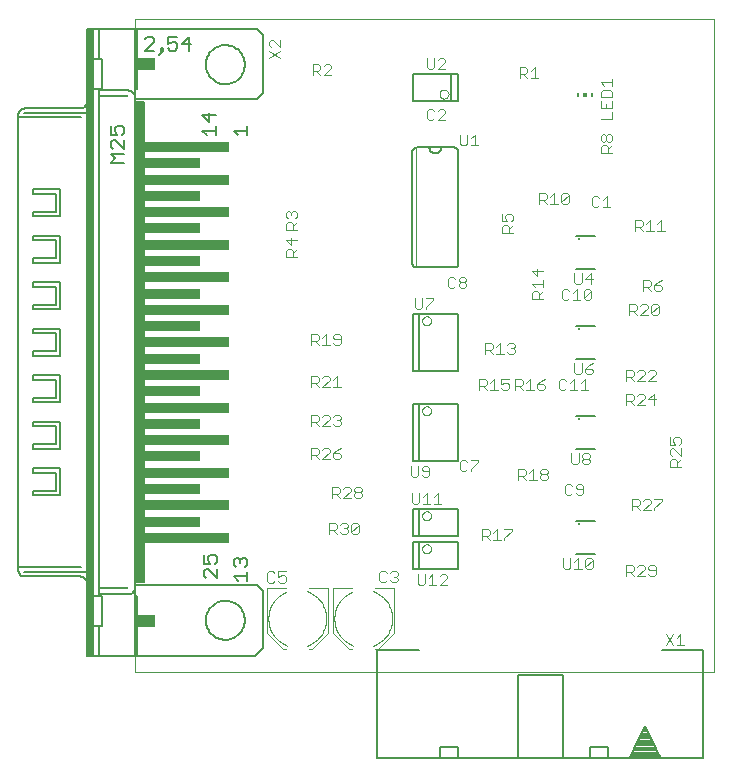
<source format=gto>
G75*
%MOIN*%
%OFA0B0*%
%FSLAX24Y24*%
%IPPOS*%
%LPD*%
%AMOC8*
5,1,8,0,0,1.08239X$1,22.5*
%
%ADD10C,0.0000*%
%ADD11C,0.0080*%
%ADD12C,0.0030*%
%ADD13C,0.0040*%
%ADD14C,0.0060*%
%ADD15C,0.0020*%
%ADD16C,0.0079*%
%ADD17R,0.0059X0.0118*%
%ADD18R,0.0118X0.0118*%
%ADD19C,0.0050*%
%ADD20R,0.0950X0.0100*%
%ADD21R,0.0650X0.0400*%
%ADD22R,0.0200X2.0900*%
%ADD23R,0.0300X1.6000*%
%ADD24R,0.2850X0.0320*%
%ADD25R,0.1850X0.0320*%
D10*
X004030Y003000D02*
X004030Y024792D01*
X023321Y024792D01*
X023321Y003000D01*
X004030Y003000D01*
D11*
X012093Y003762D02*
X012093Y000140D01*
X014192Y000140D01*
X014192Y000522D01*
X014774Y000522D01*
X014774Y000140D01*
X016789Y000140D01*
X018271Y000140D01*
X019192Y000140D01*
X019192Y000522D01*
X019774Y000522D01*
X019774Y000140D01*
X022967Y000140D01*
X022967Y003762D01*
X021572Y003762D01*
X021032Y001205D02*
X021534Y000191D01*
X020530Y000191D01*
X021032Y001205D01*
X021027Y001195D02*
X021037Y001195D01*
X021076Y001116D02*
X020988Y001116D01*
X020949Y001038D02*
X021115Y001038D01*
X021154Y000959D02*
X020910Y000959D01*
X020871Y000881D02*
X021193Y000881D01*
X021231Y000802D02*
X020833Y000802D01*
X020794Y000724D02*
X021270Y000724D01*
X021309Y000645D02*
X020755Y000645D01*
X020716Y000567D02*
X021348Y000567D01*
X021387Y000488D02*
X020677Y000488D01*
X020638Y000410D02*
X021426Y000410D01*
X021465Y000331D02*
X020599Y000331D01*
X020560Y000253D02*
X021503Y000253D01*
X019774Y000140D02*
X019192Y000140D01*
X018271Y000140D02*
X018271Y002921D01*
X016789Y002921D01*
X016789Y000140D01*
X014774Y000140D02*
X014192Y000140D01*
X013493Y003762D02*
X012093Y003762D01*
X013288Y006440D02*
X013288Y007360D01*
X013494Y007360D01*
X014772Y007360D01*
X014772Y006440D01*
X013288Y006440D01*
X013494Y006450D02*
X013494Y007360D01*
X013494Y007550D02*
X013494Y008460D01*
X013288Y008460D01*
X013288Y007540D01*
X014772Y007540D01*
X014772Y008460D01*
X013494Y008460D01*
X013494Y010050D02*
X013494Y011960D01*
X013288Y011960D01*
X013288Y010040D01*
X014772Y010040D01*
X014772Y011960D01*
X013494Y011960D01*
X013494Y013050D02*
X013494Y014960D01*
X013288Y014960D01*
X013288Y013040D01*
X014772Y013040D01*
X014772Y014960D01*
X013494Y014960D01*
X013288Y022040D02*
X014566Y022040D01*
X014772Y022040D01*
X014772Y022960D01*
X013288Y022960D01*
X013288Y022040D01*
X014566Y022040D02*
X014566Y022950D01*
D12*
X014360Y023115D02*
X014113Y023115D01*
X014360Y023362D01*
X014360Y023424D01*
X014298Y023486D01*
X014175Y023486D01*
X014113Y023424D01*
X013992Y023486D02*
X013992Y023177D01*
X013930Y023115D01*
X013807Y023115D01*
X013745Y023177D01*
X013745Y023486D01*
X013807Y021786D02*
X013745Y021724D01*
X013745Y021477D01*
X013807Y021415D01*
X013930Y021415D01*
X013992Y021477D01*
X014113Y021415D02*
X014360Y021662D01*
X014360Y021724D01*
X014298Y021786D01*
X014175Y021786D01*
X014113Y021724D01*
X013992Y021724D02*
X013930Y021786D01*
X013807Y021786D01*
X014113Y021415D02*
X014360Y021415D01*
X016845Y022815D02*
X016845Y023186D01*
X017030Y023186D01*
X017092Y023124D01*
X017092Y023000D01*
X017030Y022939D01*
X016845Y022939D01*
X016968Y022939D02*
X017092Y022815D01*
X017213Y022815D02*
X017460Y022815D01*
X017337Y022815D02*
X017337Y023186D01*
X017213Y023062D01*
X019545Y022670D02*
X019915Y022670D01*
X019915Y022547D02*
X019915Y022794D01*
X019668Y022547D02*
X019545Y022670D01*
X019606Y022425D02*
X019545Y022364D01*
X019545Y022179D01*
X019915Y022179D01*
X019915Y022364D01*
X019853Y022425D01*
X019606Y022425D01*
X019545Y022057D02*
X019545Y021810D01*
X019915Y021810D01*
X019915Y022057D01*
X019730Y021934D02*
X019730Y021810D01*
X019915Y021689D02*
X019915Y021442D01*
X019545Y021442D01*
X019606Y020944D02*
X019668Y020944D01*
X019730Y020882D01*
X019730Y020759D01*
X019668Y020697D01*
X019606Y020697D01*
X019545Y020759D01*
X019545Y020882D01*
X019606Y020944D01*
X019730Y020882D02*
X019792Y020944D01*
X019853Y020944D01*
X019915Y020882D01*
X019915Y020759D01*
X019853Y020697D01*
X019792Y020697D01*
X019730Y020759D01*
X019730Y020575D02*
X019792Y020514D01*
X019792Y020329D01*
X019915Y020329D02*
X019545Y020329D01*
X019545Y020514D01*
X019606Y020575D01*
X019730Y020575D01*
X019792Y020452D02*
X019915Y020575D01*
X018417Y018986D02*
X018479Y018924D01*
X018232Y018677D01*
X018293Y018615D01*
X018417Y018615D01*
X018479Y018677D01*
X018479Y018924D01*
X018417Y018986D02*
X018293Y018986D01*
X018232Y018924D01*
X018232Y018677D01*
X018110Y018615D02*
X017863Y018615D01*
X017742Y018615D02*
X017618Y018739D01*
X017680Y018739D02*
X017495Y018739D01*
X017495Y018615D02*
X017495Y018986D01*
X017680Y018986D01*
X017742Y018924D01*
X017742Y018800D01*
X017680Y018739D01*
X017863Y018862D02*
X017987Y018986D01*
X017987Y018615D01*
X019245Y018577D02*
X019307Y018515D01*
X019430Y018515D01*
X019492Y018577D01*
X019613Y018515D02*
X019860Y018515D01*
X019737Y018515D02*
X019737Y018886D01*
X019613Y018762D01*
X019492Y018824D02*
X019430Y018886D01*
X019307Y018886D01*
X019245Y018824D01*
X019245Y018577D01*
X020695Y018086D02*
X020695Y017715D01*
X020695Y017839D02*
X020880Y017839D01*
X020942Y017900D01*
X020942Y018024D01*
X020880Y018086D01*
X020695Y018086D01*
X020818Y017839D02*
X020942Y017715D01*
X021063Y017715D02*
X021310Y017715D01*
X021432Y017715D02*
X021679Y017715D01*
X021555Y017715D02*
X021555Y018086D01*
X021432Y017962D01*
X021187Y018086D02*
X021187Y017715D01*
X021063Y017962D02*
X021187Y018086D01*
X021144Y016086D02*
X020958Y016086D01*
X020958Y015715D01*
X020958Y015839D02*
X021144Y015839D01*
X021205Y015900D01*
X021205Y016024D01*
X021144Y016086D01*
X021082Y015839D02*
X021205Y015715D01*
X021327Y015777D02*
X021388Y015715D01*
X021512Y015715D01*
X021574Y015777D01*
X021574Y015839D01*
X021512Y015900D01*
X021327Y015900D01*
X021327Y015777D01*
X021327Y015900D02*
X021450Y016024D01*
X021574Y016086D01*
X021417Y015286D02*
X021293Y015286D01*
X021232Y015224D01*
X021232Y014977D01*
X021479Y015224D01*
X021479Y014977D01*
X021417Y014915D01*
X021293Y014915D01*
X021232Y014977D01*
X021110Y014915D02*
X020863Y014915D01*
X021110Y015162D01*
X021110Y015224D01*
X021048Y015286D01*
X020925Y015286D01*
X020863Y015224D01*
X020742Y015224D02*
X020742Y015100D01*
X020680Y015039D01*
X020495Y015039D01*
X020618Y015039D02*
X020742Y014915D01*
X020495Y014915D02*
X020495Y015286D01*
X020680Y015286D01*
X020742Y015224D01*
X021417Y015286D02*
X021479Y015224D01*
X021312Y013086D02*
X021188Y013086D01*
X021127Y013024D01*
X021005Y013024D02*
X020944Y013086D01*
X020820Y013086D01*
X020758Y013024D01*
X020637Y013024D02*
X020637Y012900D01*
X020575Y012839D01*
X020390Y012839D01*
X020513Y012839D02*
X020637Y012715D01*
X020758Y012715D02*
X021005Y012962D01*
X021005Y013024D01*
X021312Y013086D02*
X021374Y013024D01*
X021374Y012962D01*
X021127Y012715D01*
X021374Y012715D01*
X021005Y012715D02*
X020758Y012715D01*
X020820Y012286D02*
X020758Y012224D01*
X020820Y012286D02*
X020944Y012286D01*
X021005Y012224D01*
X021005Y012162D01*
X020758Y011915D01*
X021005Y011915D01*
X021127Y012100D02*
X021374Y012100D01*
X021312Y011915D02*
X021312Y012286D01*
X021127Y012100D01*
X020637Y012100D02*
X020575Y012039D01*
X020390Y012039D01*
X020513Y012039D02*
X020637Y011915D01*
X020637Y012100D02*
X020637Y012224D01*
X020575Y012286D01*
X020390Y012286D01*
X020390Y011915D01*
X020390Y012715D02*
X020390Y013086D01*
X020575Y013086D01*
X020637Y013024D01*
X019129Y012415D02*
X018882Y012415D01*
X018760Y012415D02*
X018513Y012415D01*
X018637Y012415D02*
X018637Y012786D01*
X018513Y012662D01*
X018392Y012724D02*
X018330Y012786D01*
X018207Y012786D01*
X018145Y012724D01*
X018145Y012477D01*
X018207Y012415D01*
X018330Y012415D01*
X018392Y012477D01*
X018882Y012662D02*
X019005Y012786D01*
X019005Y012415D01*
X017679Y012477D02*
X017679Y012539D01*
X017617Y012600D01*
X017432Y012600D01*
X017432Y012477D01*
X017493Y012415D01*
X017617Y012415D01*
X017679Y012477D01*
X017432Y012600D02*
X017555Y012724D01*
X017679Y012786D01*
X017187Y012786D02*
X017187Y012415D01*
X017310Y012415D02*
X017063Y012415D01*
X016942Y012415D02*
X016818Y012539D01*
X016880Y012539D02*
X016695Y012539D01*
X016695Y012415D02*
X016695Y012786D01*
X016880Y012786D01*
X016942Y012724D01*
X016942Y012600D01*
X016880Y012539D01*
X017063Y012662D02*
X017187Y012786D01*
X016479Y012786D02*
X016232Y012786D01*
X016232Y012600D01*
X016355Y012662D01*
X016417Y012662D01*
X016479Y012600D01*
X016479Y012477D01*
X016417Y012415D01*
X016293Y012415D01*
X016232Y012477D01*
X016110Y012415D02*
X015863Y012415D01*
X015742Y012415D02*
X015618Y012539D01*
X015680Y012539D02*
X015495Y012539D01*
X015495Y012415D02*
X015495Y012786D01*
X015680Y012786D01*
X015742Y012724D01*
X015742Y012600D01*
X015680Y012539D01*
X015863Y012662D02*
X015987Y012786D01*
X015987Y012415D01*
X015942Y013615D02*
X015818Y013739D01*
X015880Y013739D02*
X015695Y013739D01*
X015695Y013615D02*
X015695Y013986D01*
X015880Y013986D01*
X015942Y013924D01*
X015942Y013800D01*
X015880Y013739D01*
X016063Y013862D02*
X016187Y013986D01*
X016187Y013615D01*
X016310Y013615D02*
X016063Y013615D01*
X016432Y013677D02*
X016493Y013615D01*
X016617Y013615D01*
X016679Y013677D01*
X016679Y013739D01*
X016617Y013800D01*
X016555Y013800D01*
X016617Y013800D02*
X016679Y013862D01*
X016679Y013924D01*
X016617Y013986D01*
X016493Y013986D01*
X016432Y013924D01*
X017245Y015465D02*
X017245Y015650D01*
X017306Y015712D01*
X017430Y015712D01*
X017492Y015650D01*
X017492Y015465D01*
X017615Y015465D02*
X017245Y015465D01*
X017492Y015589D02*
X017615Y015712D01*
X017615Y015834D02*
X017615Y016080D01*
X017615Y015957D02*
X017245Y015957D01*
X017368Y015834D01*
X017430Y016202D02*
X017430Y016449D01*
X017615Y016387D02*
X017245Y016387D01*
X017430Y016202D01*
X018245Y015724D02*
X018245Y015477D01*
X018307Y015415D01*
X018430Y015415D01*
X018492Y015477D01*
X018613Y015415D02*
X018860Y015415D01*
X018737Y015415D02*
X018737Y015786D01*
X018613Y015662D01*
X018492Y015724D02*
X018430Y015786D01*
X018307Y015786D01*
X018245Y015724D01*
X018982Y015724D02*
X019043Y015786D01*
X019167Y015786D01*
X019229Y015724D01*
X018982Y015477D01*
X019043Y015415D01*
X019167Y015415D01*
X019229Y015477D01*
X019229Y015724D01*
X018982Y015724D02*
X018982Y015477D01*
X016615Y017665D02*
X016245Y017665D01*
X016245Y017850D01*
X016306Y017912D01*
X016430Y017912D01*
X016492Y017850D01*
X016492Y017665D01*
X016492Y017789D02*
X016615Y017912D01*
X016553Y018034D02*
X016615Y018095D01*
X016615Y018219D01*
X016553Y018280D01*
X016430Y018280D01*
X016368Y018219D01*
X016368Y018157D01*
X016430Y018034D01*
X016245Y018034D01*
X016245Y018280D01*
X014998Y016186D02*
X015060Y016124D01*
X015060Y016062D01*
X014998Y016000D01*
X014875Y016000D01*
X014813Y016062D01*
X014813Y016124D01*
X014875Y016186D01*
X014998Y016186D01*
X014998Y016000D02*
X015060Y015939D01*
X015060Y015877D01*
X014998Y015815D01*
X014875Y015815D01*
X014813Y015877D01*
X014813Y015939D01*
X014875Y016000D01*
X014692Y015877D02*
X014630Y015815D01*
X014507Y015815D01*
X014445Y015877D01*
X014445Y016124D01*
X014507Y016186D01*
X014630Y016186D01*
X014692Y016124D01*
X013960Y015486D02*
X013960Y015424D01*
X013713Y015177D01*
X013713Y015115D01*
X013592Y015177D02*
X013592Y015486D01*
X013713Y015486D02*
X013960Y015486D01*
X013592Y015177D02*
X013530Y015115D01*
X013407Y015115D01*
X013345Y015177D01*
X013345Y015486D01*
X010874Y014224D02*
X010874Y013977D01*
X010812Y013915D01*
X010688Y013915D01*
X010627Y013977D01*
X010505Y013915D02*
X010258Y013915D01*
X010137Y013915D02*
X010013Y014039D01*
X010075Y014039D02*
X009890Y014039D01*
X009890Y013915D02*
X009890Y014286D01*
X010075Y014286D01*
X010137Y014224D01*
X010137Y014100D01*
X010075Y014039D01*
X010258Y014162D02*
X010382Y014286D01*
X010382Y013915D01*
X010627Y014162D02*
X010688Y014100D01*
X010874Y014100D01*
X010874Y014224D02*
X010812Y014286D01*
X010688Y014286D01*
X010627Y014224D01*
X010627Y014162D01*
X010750Y012886D02*
X010750Y012515D01*
X010627Y012515D02*
X010874Y012515D01*
X010627Y012762D02*
X010750Y012886D01*
X010505Y012824D02*
X010444Y012886D01*
X010320Y012886D01*
X010258Y012824D01*
X010137Y012824D02*
X010137Y012700D01*
X010075Y012639D01*
X009890Y012639D01*
X010013Y012639D02*
X010137Y012515D01*
X010258Y012515D02*
X010505Y012762D01*
X010505Y012824D01*
X010505Y012515D02*
X010258Y012515D01*
X010137Y012824D02*
X010075Y012886D01*
X009890Y012886D01*
X009890Y012515D01*
X009890Y011586D02*
X010075Y011586D01*
X010137Y011524D01*
X010137Y011400D01*
X010075Y011339D01*
X009890Y011339D01*
X010013Y011339D02*
X010137Y011215D01*
X010258Y011215D02*
X010505Y011462D01*
X010505Y011524D01*
X010444Y011586D01*
X010320Y011586D01*
X010258Y011524D01*
X009890Y011586D02*
X009890Y011215D01*
X010258Y011215D02*
X010505Y011215D01*
X010627Y011277D02*
X010688Y011215D01*
X010812Y011215D01*
X010874Y011277D01*
X010874Y011339D01*
X010812Y011400D01*
X010750Y011400D01*
X010812Y011400D02*
X010874Y011462D01*
X010874Y011524D01*
X010812Y011586D01*
X010688Y011586D01*
X010627Y011524D01*
X010444Y010486D02*
X010320Y010486D01*
X010258Y010424D01*
X010137Y010424D02*
X010137Y010300D01*
X010075Y010239D01*
X009890Y010239D01*
X010013Y010239D02*
X010137Y010115D01*
X010258Y010115D02*
X010505Y010362D01*
X010505Y010424D01*
X010444Y010486D01*
X010627Y010300D02*
X010812Y010300D01*
X010874Y010239D01*
X010874Y010177D01*
X010812Y010115D01*
X010688Y010115D01*
X010627Y010177D01*
X010627Y010300D01*
X010750Y010424D01*
X010874Y010486D01*
X010505Y010115D02*
X010258Y010115D01*
X010137Y010424D02*
X010075Y010486D01*
X009890Y010486D01*
X009890Y010115D01*
X010595Y009186D02*
X010780Y009186D01*
X010842Y009124D01*
X010842Y009000D01*
X010780Y008939D01*
X010595Y008939D01*
X010718Y008939D02*
X010842Y008815D01*
X010963Y008815D02*
X011210Y009062D01*
X011210Y009124D01*
X011148Y009186D01*
X011025Y009186D01*
X010963Y009124D01*
X010963Y008815D02*
X011210Y008815D01*
X011332Y008877D02*
X011332Y008939D01*
X011393Y009000D01*
X011517Y009000D01*
X011579Y008939D01*
X011579Y008877D01*
X011517Y008815D01*
X011393Y008815D01*
X011332Y008877D01*
X011393Y009000D02*
X011332Y009062D01*
X011332Y009124D01*
X011393Y009186D01*
X011517Y009186D01*
X011579Y009124D01*
X011579Y009062D01*
X011517Y009000D01*
X010595Y008815D02*
X010595Y009186D01*
X010680Y007986D02*
X010495Y007986D01*
X010495Y007615D01*
X010495Y007739D02*
X010680Y007739D01*
X010742Y007800D01*
X010742Y007924D01*
X010680Y007986D01*
X010863Y007924D02*
X010925Y007986D01*
X011048Y007986D01*
X011110Y007924D01*
X011110Y007862D01*
X011048Y007800D01*
X011110Y007739D01*
X011110Y007677D01*
X011048Y007615D01*
X010925Y007615D01*
X010863Y007677D01*
X010742Y007615D02*
X010618Y007739D01*
X010987Y007800D02*
X011048Y007800D01*
X011232Y007677D02*
X011232Y007924D01*
X011293Y007986D01*
X011417Y007986D01*
X011479Y007924D01*
X011232Y007677D01*
X011293Y007615D01*
X011417Y007615D01*
X011479Y007677D01*
X011479Y007924D01*
X012218Y006379D02*
X012156Y006318D01*
X012156Y006071D01*
X012218Y006009D01*
X012341Y006009D01*
X012403Y006071D01*
X012524Y006071D02*
X012586Y006009D01*
X012709Y006009D01*
X012771Y006071D01*
X012771Y006132D01*
X012709Y006194D01*
X012648Y006194D01*
X012709Y006194D02*
X012771Y006256D01*
X012771Y006318D01*
X012709Y006379D01*
X012586Y006379D01*
X012524Y006318D01*
X012403Y006318D02*
X012341Y006379D01*
X012218Y006379D01*
X013440Y006286D02*
X013440Y005977D01*
X013502Y005915D01*
X013625Y005915D01*
X013687Y005977D01*
X013687Y006286D01*
X013808Y006162D02*
X013932Y006286D01*
X013932Y005915D01*
X014055Y005915D02*
X013808Y005915D01*
X014177Y005915D02*
X014424Y006162D01*
X014424Y006224D01*
X014362Y006286D01*
X014238Y006286D01*
X014177Y006224D01*
X014177Y005915D02*
X014424Y005915D01*
X015590Y007415D02*
X015590Y007786D01*
X015775Y007786D01*
X015837Y007724D01*
X015837Y007600D01*
X015775Y007539D01*
X015590Y007539D01*
X015713Y007539D02*
X015837Y007415D01*
X015958Y007415D02*
X016205Y007415D01*
X016327Y007415D02*
X016327Y007477D01*
X016574Y007724D01*
X016574Y007786D01*
X016327Y007786D01*
X016082Y007786D02*
X016082Y007415D01*
X015958Y007662D02*
X016082Y007786D01*
X016795Y009415D02*
X016795Y009786D01*
X016980Y009786D01*
X017042Y009724D01*
X017042Y009600D01*
X016980Y009539D01*
X016795Y009539D01*
X016918Y009539D02*
X017042Y009415D01*
X017163Y009415D02*
X017410Y009415D01*
X017287Y009415D02*
X017287Y009786D01*
X017163Y009662D01*
X017532Y009662D02*
X017532Y009724D01*
X017593Y009786D01*
X017717Y009786D01*
X017779Y009724D01*
X017779Y009662D01*
X017717Y009600D01*
X017593Y009600D01*
X017532Y009662D01*
X017593Y009600D02*
X017532Y009539D01*
X017532Y009477D01*
X017593Y009415D01*
X017717Y009415D01*
X017779Y009477D01*
X017779Y009539D01*
X017717Y009600D01*
X018345Y009224D02*
X018345Y008977D01*
X018407Y008915D01*
X018530Y008915D01*
X018592Y008977D01*
X018713Y008977D02*
X018775Y008915D01*
X018898Y008915D01*
X018960Y008977D01*
X018960Y009224D01*
X018898Y009286D01*
X018775Y009286D01*
X018713Y009224D01*
X018713Y009162D01*
X018775Y009100D01*
X018960Y009100D01*
X018592Y009224D02*
X018530Y009286D01*
X018407Y009286D01*
X018345Y009224D01*
X020595Y008786D02*
X020595Y008415D01*
X020595Y008539D02*
X020780Y008539D01*
X020842Y008600D01*
X020842Y008724D01*
X020780Y008786D01*
X020595Y008786D01*
X020718Y008539D02*
X020842Y008415D01*
X020963Y008415D02*
X021210Y008662D01*
X021210Y008724D01*
X021148Y008786D01*
X021025Y008786D01*
X020963Y008724D01*
X020963Y008415D02*
X021210Y008415D01*
X021332Y008415D02*
X021332Y008477D01*
X021579Y008724D01*
X021579Y008786D01*
X021332Y008786D01*
X021845Y009860D02*
X021845Y010045D01*
X021906Y010107D01*
X022030Y010107D01*
X022092Y010045D01*
X022092Y009860D01*
X022215Y009860D02*
X021845Y009860D01*
X021906Y010229D02*
X021845Y010290D01*
X021845Y010414D01*
X021906Y010475D01*
X021968Y010475D01*
X022215Y010229D01*
X022215Y010475D01*
X022153Y010597D02*
X022215Y010659D01*
X022215Y010782D01*
X022153Y010844D01*
X022030Y010844D01*
X021968Y010782D01*
X021968Y010720D01*
X022030Y010597D01*
X021845Y010597D01*
X021845Y010844D01*
X022215Y010107D02*
X022092Y009984D01*
X021312Y006586D02*
X021188Y006586D01*
X021127Y006524D01*
X021127Y006462D01*
X021188Y006400D01*
X021374Y006400D01*
X021374Y006277D02*
X021374Y006524D01*
X021312Y006586D01*
X021005Y006524D02*
X021005Y006462D01*
X020758Y006215D01*
X021005Y006215D01*
X021127Y006277D02*
X021188Y006215D01*
X021312Y006215D01*
X021374Y006277D01*
X021005Y006524D02*
X020944Y006586D01*
X020820Y006586D01*
X020758Y006524D01*
X020637Y006524D02*
X020637Y006400D01*
X020575Y006339D01*
X020390Y006339D01*
X020513Y006339D02*
X020637Y006215D01*
X020390Y006215D02*
X020390Y006586D01*
X020575Y006586D01*
X020637Y006524D01*
X021708Y004286D02*
X021955Y003915D01*
X022077Y003915D02*
X022324Y003915D01*
X022200Y003915D02*
X022200Y004286D01*
X022077Y004162D01*
X021955Y004286D02*
X021708Y003915D01*
X015460Y010024D02*
X015213Y009777D01*
X015213Y009715D01*
X015092Y009777D02*
X015030Y009715D01*
X014907Y009715D01*
X014845Y009777D01*
X014845Y010024D01*
X014907Y010086D01*
X015030Y010086D01*
X015092Y010024D01*
X015213Y010086D02*
X015460Y010086D01*
X015460Y010024D01*
X014105Y008986D02*
X014105Y008615D01*
X013982Y008615D02*
X014229Y008615D01*
X013982Y008862D02*
X014105Y008986D01*
X013737Y008986D02*
X013737Y008615D01*
X013860Y008615D02*
X013613Y008615D01*
X013492Y008677D02*
X013492Y008986D01*
X013613Y008862D02*
X013737Y008986D01*
X013492Y008677D02*
X013430Y008615D01*
X013307Y008615D01*
X013245Y008677D01*
X013245Y008986D01*
X013270Y009515D02*
X013394Y009515D01*
X013455Y009577D01*
X013455Y009886D01*
X013577Y009824D02*
X013577Y009762D01*
X013638Y009700D01*
X013824Y009700D01*
X013824Y009577D02*
X013824Y009824D01*
X013762Y009886D01*
X013638Y009886D01*
X013577Y009824D01*
X013577Y009577D02*
X013638Y009515D01*
X013762Y009515D01*
X013824Y009577D01*
X013270Y009515D02*
X013208Y009577D01*
X013208Y009886D01*
X009037Y006368D02*
X008790Y006368D01*
X008790Y006183D01*
X008913Y006245D01*
X008975Y006245D01*
X009037Y006183D01*
X009037Y006060D01*
X008975Y005998D01*
X008851Y005998D01*
X008790Y006060D01*
X008668Y006060D02*
X008607Y005998D01*
X008483Y005998D01*
X008421Y006060D01*
X008421Y006307D01*
X008483Y006368D01*
X008607Y006368D01*
X008668Y006307D01*
X009045Y016865D02*
X009045Y017050D01*
X009106Y017112D01*
X009230Y017112D01*
X009292Y017050D01*
X009292Y016865D01*
X009415Y016865D02*
X009045Y016865D01*
X009292Y016989D02*
X009415Y017112D01*
X009230Y017234D02*
X009230Y017480D01*
X009415Y017419D02*
X009045Y017419D01*
X009230Y017234D01*
X009292Y017765D02*
X009292Y017950D01*
X009230Y018012D01*
X009106Y018012D01*
X009045Y017950D01*
X009045Y017765D01*
X009415Y017765D01*
X009292Y017889D02*
X009415Y018012D01*
X009353Y018134D02*
X009415Y018195D01*
X009415Y018319D01*
X009353Y018380D01*
X009292Y018380D01*
X009230Y018319D01*
X009230Y018257D01*
X009230Y018319D02*
X009168Y018380D01*
X009106Y018380D01*
X009045Y018319D01*
X009045Y018195D01*
X009106Y018134D01*
X009945Y022915D02*
X009945Y023286D01*
X010130Y023286D01*
X010192Y023224D01*
X010192Y023100D01*
X010130Y023039D01*
X009945Y023039D01*
X010068Y023039D02*
X010192Y022915D01*
X010313Y022915D02*
X010560Y023162D01*
X010560Y023224D01*
X010498Y023286D01*
X010375Y023286D01*
X010313Y023224D01*
X010313Y022915D02*
X010560Y022915D01*
D13*
X008860Y023484D02*
X008500Y023724D01*
X008560Y023852D02*
X008500Y023912D01*
X008500Y024032D01*
X008560Y024092D01*
X008620Y024092D01*
X008860Y023852D01*
X008860Y024092D01*
X008860Y023724D02*
X008500Y023484D01*
X014170Y022280D02*
X014172Y022304D01*
X014178Y022328D01*
X014187Y022350D01*
X014200Y022370D01*
X014216Y022388D01*
X014235Y022403D01*
X014256Y022416D01*
X014278Y022424D01*
X014302Y022429D01*
X014326Y022430D01*
X014350Y022427D01*
X014373Y022420D01*
X014395Y022410D01*
X014415Y022396D01*
X014432Y022379D01*
X014447Y022360D01*
X014458Y022339D01*
X014466Y022316D01*
X014470Y022292D01*
X014470Y022268D01*
X014466Y022244D01*
X014458Y022221D01*
X014447Y022200D01*
X014432Y022181D01*
X014415Y022164D01*
X014395Y022150D01*
X014373Y022140D01*
X014350Y022133D01*
X014326Y022130D01*
X014302Y022131D01*
X014278Y022136D01*
X014256Y022144D01*
X014235Y022157D01*
X014216Y022172D01*
X014200Y022190D01*
X014187Y022210D01*
X014178Y022232D01*
X014172Y022256D01*
X014170Y022280D01*
X014850Y020931D02*
X014850Y020630D01*
X014910Y020570D01*
X015030Y020570D01*
X015090Y020630D01*
X015090Y020931D01*
X015218Y020810D02*
X015338Y020931D01*
X015338Y020570D01*
X015218Y020570D02*
X015459Y020570D01*
X018663Y016310D02*
X018663Y016010D01*
X018723Y015950D01*
X018844Y015950D01*
X018904Y016010D01*
X018904Y016310D01*
X019032Y016130D02*
X019272Y016130D01*
X019212Y015950D02*
X019212Y016310D01*
X019032Y016130D01*
X018904Y013310D02*
X018904Y013010D01*
X018844Y012950D01*
X018723Y012950D01*
X018663Y013010D01*
X018663Y013310D01*
X019032Y013130D02*
X019212Y013130D01*
X019272Y013070D01*
X019272Y013010D01*
X019212Y012950D01*
X019092Y012950D01*
X019032Y013010D01*
X019032Y013130D01*
X019152Y013250D01*
X019272Y013310D01*
X019112Y010310D02*
X018992Y010310D01*
X018932Y010250D01*
X018932Y010190D01*
X018992Y010130D01*
X019112Y010130D01*
X019172Y010070D01*
X019172Y010010D01*
X019112Y009950D01*
X018992Y009950D01*
X018932Y010010D01*
X018932Y010070D01*
X018992Y010130D01*
X019112Y010130D02*
X019172Y010190D01*
X019172Y010250D01*
X019112Y010310D01*
X018804Y010310D02*
X018804Y010010D01*
X018744Y009950D01*
X018623Y009950D01*
X018563Y010010D01*
X018563Y010310D01*
X018535Y006810D02*
X018535Y006510D01*
X018475Y006450D01*
X018355Y006450D01*
X018295Y006510D01*
X018295Y006810D01*
X018663Y006690D02*
X018783Y006810D01*
X018783Y006450D01*
X018663Y006450D02*
X018904Y006450D01*
X019032Y006510D02*
X019272Y006750D01*
X019272Y006510D01*
X019212Y006450D01*
X019092Y006450D01*
X019032Y006510D01*
X019032Y006750D01*
X019092Y006810D01*
X019212Y006810D01*
X019272Y006750D01*
X013590Y007120D02*
X013592Y007144D01*
X013598Y007168D01*
X013607Y007190D01*
X013620Y007210D01*
X013636Y007228D01*
X013655Y007243D01*
X013676Y007256D01*
X013698Y007264D01*
X013722Y007269D01*
X013746Y007270D01*
X013770Y007267D01*
X013793Y007260D01*
X013815Y007250D01*
X013835Y007236D01*
X013852Y007219D01*
X013867Y007200D01*
X013878Y007179D01*
X013886Y007156D01*
X013890Y007132D01*
X013890Y007108D01*
X013886Y007084D01*
X013878Y007061D01*
X013867Y007040D01*
X013852Y007021D01*
X013835Y007004D01*
X013815Y006990D01*
X013793Y006980D01*
X013770Y006973D01*
X013746Y006970D01*
X013722Y006971D01*
X013698Y006976D01*
X013676Y006984D01*
X013655Y006997D01*
X013636Y007012D01*
X013620Y007030D01*
X013607Y007050D01*
X013598Y007072D01*
X013592Y007096D01*
X013590Y007120D01*
X013590Y008220D02*
X013592Y008244D01*
X013598Y008268D01*
X013607Y008290D01*
X013620Y008310D01*
X013636Y008328D01*
X013655Y008343D01*
X013676Y008356D01*
X013698Y008364D01*
X013722Y008369D01*
X013746Y008370D01*
X013770Y008367D01*
X013793Y008360D01*
X013815Y008350D01*
X013835Y008336D01*
X013852Y008319D01*
X013867Y008300D01*
X013878Y008279D01*
X013886Y008256D01*
X013890Y008232D01*
X013890Y008208D01*
X013886Y008184D01*
X013878Y008161D01*
X013867Y008140D01*
X013852Y008121D01*
X013835Y008104D01*
X013815Y008090D01*
X013793Y008080D01*
X013770Y008073D01*
X013746Y008070D01*
X013722Y008071D01*
X013698Y008076D01*
X013676Y008084D01*
X013655Y008097D01*
X013636Y008112D01*
X013620Y008130D01*
X013607Y008150D01*
X013598Y008172D01*
X013592Y008196D01*
X013590Y008220D01*
X012654Y005824D02*
X012004Y005824D01*
X012654Y005824D02*
X012654Y004308D01*
X012122Y003777D01*
X012004Y003777D01*
X011256Y003777D02*
X011138Y003777D01*
X010606Y004308D01*
X010606Y005824D01*
X011256Y005824D01*
X010454Y005824D02*
X010454Y004308D01*
X009922Y003777D01*
X009804Y003777D01*
X009056Y003777D02*
X008938Y003777D01*
X008406Y004308D01*
X008406Y005824D01*
X009056Y005824D01*
X009804Y005824D02*
X010454Y005824D01*
X009095Y005705D02*
X009038Y005682D01*
X008983Y005655D01*
X008929Y005625D01*
X008877Y005591D01*
X008828Y005554D01*
X008781Y005514D01*
X008736Y005471D01*
X008695Y005425D01*
X008656Y005377D01*
X008621Y005326D01*
X008589Y005273D01*
X008560Y005218D01*
X008535Y005162D01*
X008514Y005104D01*
X008496Y005045D01*
X008483Y004984D01*
X008473Y004923D01*
X008467Y004862D01*
X008465Y004800D01*
X008467Y004738D01*
X008473Y004677D01*
X008483Y004616D01*
X008496Y004555D01*
X008514Y004496D01*
X008535Y004438D01*
X008560Y004382D01*
X008589Y004327D01*
X008621Y004274D01*
X008656Y004223D01*
X008695Y004175D01*
X008736Y004129D01*
X008781Y004086D01*
X008828Y004046D01*
X008877Y004009D01*
X008929Y003975D01*
X008983Y003945D01*
X009038Y003918D01*
X009095Y003895D01*
X009765Y003895D02*
X009822Y003918D01*
X009877Y003945D01*
X009931Y003975D01*
X009983Y004009D01*
X010032Y004046D01*
X010079Y004086D01*
X010124Y004129D01*
X010165Y004175D01*
X010204Y004223D01*
X010239Y004274D01*
X010271Y004327D01*
X010300Y004382D01*
X010325Y004438D01*
X010346Y004496D01*
X010364Y004555D01*
X010377Y004616D01*
X010387Y004677D01*
X010393Y004738D01*
X010395Y004800D01*
X010393Y004862D01*
X010387Y004923D01*
X010377Y004984D01*
X010364Y005045D01*
X010346Y005104D01*
X010325Y005162D01*
X010300Y005218D01*
X010271Y005273D01*
X010239Y005326D01*
X010204Y005377D01*
X010165Y005425D01*
X010124Y005471D01*
X010079Y005514D01*
X010032Y005554D01*
X009983Y005591D01*
X009931Y005625D01*
X009877Y005655D01*
X009822Y005682D01*
X009765Y005705D01*
X011295Y005705D02*
X011238Y005682D01*
X011183Y005655D01*
X011129Y005625D01*
X011077Y005591D01*
X011028Y005554D01*
X010981Y005514D01*
X010936Y005471D01*
X010895Y005425D01*
X010856Y005377D01*
X010821Y005326D01*
X010789Y005273D01*
X010760Y005218D01*
X010735Y005162D01*
X010714Y005104D01*
X010696Y005045D01*
X010683Y004984D01*
X010673Y004923D01*
X010667Y004862D01*
X010665Y004800D01*
X010667Y004738D01*
X010673Y004677D01*
X010683Y004616D01*
X010696Y004555D01*
X010714Y004496D01*
X010735Y004438D01*
X010760Y004382D01*
X010789Y004327D01*
X010821Y004274D01*
X010856Y004223D01*
X010895Y004175D01*
X010936Y004129D01*
X010981Y004086D01*
X011028Y004046D01*
X011077Y004009D01*
X011129Y003975D01*
X011183Y003945D01*
X011238Y003918D01*
X011295Y003895D01*
X011965Y003895D02*
X012022Y003918D01*
X012077Y003945D01*
X012131Y003975D01*
X012183Y004009D01*
X012232Y004046D01*
X012279Y004086D01*
X012324Y004129D01*
X012365Y004175D01*
X012404Y004223D01*
X012439Y004274D01*
X012471Y004327D01*
X012500Y004382D01*
X012525Y004438D01*
X012546Y004496D01*
X012564Y004555D01*
X012577Y004616D01*
X012587Y004677D01*
X012593Y004738D01*
X012595Y004800D01*
X012593Y004862D01*
X012587Y004923D01*
X012577Y004984D01*
X012564Y005045D01*
X012546Y005104D01*
X012525Y005162D01*
X012500Y005218D01*
X012471Y005273D01*
X012439Y005326D01*
X012404Y005377D01*
X012365Y005425D01*
X012324Y005471D01*
X012279Y005514D01*
X012232Y005554D01*
X012183Y005591D01*
X012131Y005625D01*
X012077Y005655D01*
X012022Y005682D01*
X011965Y005705D01*
X013590Y011720D02*
X013592Y011744D01*
X013598Y011768D01*
X013607Y011790D01*
X013620Y011810D01*
X013636Y011828D01*
X013655Y011843D01*
X013676Y011856D01*
X013698Y011864D01*
X013722Y011869D01*
X013746Y011870D01*
X013770Y011867D01*
X013793Y011860D01*
X013815Y011850D01*
X013835Y011836D01*
X013852Y011819D01*
X013867Y011800D01*
X013878Y011779D01*
X013886Y011756D01*
X013890Y011732D01*
X013890Y011708D01*
X013886Y011684D01*
X013878Y011661D01*
X013867Y011640D01*
X013852Y011621D01*
X013835Y011604D01*
X013815Y011590D01*
X013793Y011580D01*
X013770Y011573D01*
X013746Y011570D01*
X013722Y011571D01*
X013698Y011576D01*
X013676Y011584D01*
X013655Y011597D01*
X013636Y011612D01*
X013620Y011630D01*
X013607Y011650D01*
X013598Y011672D01*
X013592Y011696D01*
X013590Y011720D01*
X013590Y014720D02*
X013592Y014744D01*
X013598Y014768D01*
X013607Y014790D01*
X013620Y014810D01*
X013636Y014828D01*
X013655Y014843D01*
X013676Y014856D01*
X013698Y014864D01*
X013722Y014869D01*
X013746Y014870D01*
X013770Y014867D01*
X013793Y014860D01*
X013815Y014850D01*
X013835Y014836D01*
X013852Y014819D01*
X013867Y014800D01*
X013878Y014779D01*
X013886Y014756D01*
X013890Y014732D01*
X013890Y014708D01*
X013886Y014684D01*
X013878Y014661D01*
X013867Y014640D01*
X013852Y014621D01*
X013835Y014604D01*
X013815Y014590D01*
X013793Y014580D01*
X013770Y014573D01*
X013746Y014570D01*
X013722Y014571D01*
X013698Y014576D01*
X013676Y014584D01*
X013655Y014597D01*
X013636Y014612D01*
X013620Y014630D01*
X013607Y014650D01*
X013598Y014672D01*
X013592Y014696D01*
X013590Y014720D01*
D14*
X002430Y006350D02*
X002430Y003550D01*
X002630Y003550D01*
X002630Y004550D01*
X002830Y004550D01*
X002930Y004550D01*
X002930Y005550D01*
X002830Y005550D01*
X002830Y005600D01*
X003780Y005600D01*
X003810Y005602D01*
X003840Y005607D01*
X003869Y005616D01*
X003896Y005629D01*
X003922Y005644D01*
X003946Y005663D01*
X003967Y005684D01*
X003986Y005708D01*
X004001Y005734D01*
X004014Y005761D01*
X004023Y005790D01*
X004028Y005820D01*
X004030Y005850D01*
X004030Y005900D02*
X008080Y005900D01*
X008280Y005700D01*
X008280Y003800D01*
X008030Y003550D01*
X004080Y003550D01*
X004080Y005550D01*
X004030Y005550D01*
X004030Y005900D01*
X004030Y006000D01*
X004030Y022000D01*
X004030Y022100D01*
X008080Y022100D01*
X008280Y022300D01*
X008280Y024250D01*
X008080Y024450D01*
X004080Y024450D01*
X004080Y022450D01*
X004030Y022450D01*
X004030Y024450D01*
X004080Y024450D01*
X004030Y024450D02*
X002830Y024450D01*
X002830Y023450D01*
X002930Y023450D01*
X002930Y022450D01*
X002830Y022450D01*
X002830Y022400D01*
X003780Y022400D01*
X003810Y022398D01*
X003840Y022393D01*
X003869Y022384D01*
X003896Y022371D01*
X003922Y022356D01*
X003946Y022337D01*
X003967Y022316D01*
X003986Y022292D01*
X004001Y022266D01*
X004014Y022239D01*
X004023Y022210D01*
X004028Y022180D01*
X004030Y022150D01*
X004030Y022100D02*
X004030Y022450D01*
X004030Y022000D02*
X004330Y022000D01*
X004330Y006000D01*
X004030Y006000D01*
X004030Y005550D02*
X004030Y003550D01*
X004080Y003550D01*
X004030Y003550D02*
X002830Y003550D01*
X002630Y003550D01*
X002830Y003550D02*
X002830Y004550D01*
X002630Y004550D02*
X002630Y005550D01*
X002630Y022450D01*
X002830Y022450D01*
X002830Y022400D02*
X002830Y005600D01*
X002830Y005550D02*
X002630Y005550D01*
X002430Y005950D02*
X002428Y005980D01*
X002423Y006010D01*
X002414Y006039D01*
X002401Y006066D01*
X002386Y006092D01*
X002367Y006116D01*
X002346Y006137D01*
X002322Y006156D01*
X002296Y006171D01*
X002269Y006184D01*
X002240Y006193D01*
X002210Y006198D01*
X002180Y006200D01*
X000330Y006200D01*
X000330Y006350D02*
X002430Y006350D01*
X002430Y021650D01*
X002430Y024450D01*
X002630Y024450D01*
X002630Y023450D01*
X002630Y022450D01*
X002430Y022050D02*
X002428Y022020D01*
X002423Y021990D01*
X002414Y021961D01*
X002401Y021934D01*
X002386Y021908D01*
X002367Y021884D01*
X002346Y021863D01*
X002322Y021844D01*
X002296Y021829D01*
X002269Y021816D01*
X002240Y021807D01*
X002210Y021802D01*
X002180Y021800D01*
X000330Y021800D01*
X000330Y021650D02*
X002430Y021650D01*
X002230Y021500D02*
X000130Y021500D01*
X000130Y006500D01*
X002230Y006500D01*
X000330Y006200D02*
X000304Y006202D01*
X000278Y006207D01*
X000253Y006215D01*
X000230Y006227D01*
X000208Y006241D01*
X000189Y006259D01*
X000171Y006278D01*
X000157Y006300D01*
X000145Y006323D01*
X000137Y006348D01*
X000132Y006374D01*
X000130Y006400D01*
X000130Y006500D01*
X000630Y008900D02*
X000630Y009050D01*
X001380Y009050D01*
X001380Y009650D01*
X000630Y009650D01*
X000630Y009800D01*
X001530Y009800D01*
X001530Y008900D01*
X000630Y008900D01*
X000630Y010450D02*
X000630Y010600D01*
X001380Y010600D01*
X001380Y011200D01*
X000630Y011200D01*
X000630Y011350D01*
X001530Y011350D01*
X001530Y010450D01*
X000630Y010450D01*
X000630Y012000D02*
X000630Y012150D01*
X001380Y012150D01*
X001380Y012750D01*
X000630Y012750D01*
X000630Y012900D01*
X001530Y012900D01*
X001530Y012000D01*
X000630Y012000D01*
X000630Y013550D02*
X000630Y013700D01*
X001380Y013700D01*
X001380Y014300D01*
X000630Y014300D01*
X000630Y014450D01*
X001530Y014450D01*
X001530Y013550D01*
X000630Y013550D01*
X000630Y015100D02*
X000630Y015250D01*
X001380Y015250D01*
X001380Y015850D01*
X000630Y015850D01*
X000630Y016000D01*
X001530Y016000D01*
X001530Y015100D01*
X000630Y015100D01*
X000630Y016650D02*
X000630Y016800D01*
X001380Y016800D01*
X001380Y017400D01*
X000630Y017400D01*
X000630Y017550D01*
X001530Y017550D01*
X001530Y016650D01*
X000630Y016650D01*
X000630Y018200D02*
X000630Y018350D01*
X001380Y018350D01*
X001380Y018950D01*
X000630Y018950D01*
X000630Y019100D01*
X001530Y019100D01*
X001530Y018200D01*
X000630Y018200D01*
X000130Y021500D02*
X000130Y021600D01*
X000132Y021626D01*
X000137Y021652D01*
X000145Y021677D01*
X000157Y021700D01*
X000171Y021722D01*
X000189Y021741D01*
X000208Y021759D01*
X000230Y021773D01*
X000253Y021785D01*
X000278Y021793D01*
X000304Y021798D01*
X000330Y021800D01*
X002630Y023450D02*
X002830Y023450D01*
X002830Y024450D02*
X002630Y024450D01*
X006380Y023260D02*
X006382Y023310D01*
X006388Y023360D01*
X006398Y023410D01*
X006411Y023458D01*
X006428Y023506D01*
X006449Y023552D01*
X006473Y023596D01*
X006501Y023638D01*
X006532Y023678D01*
X006566Y023715D01*
X006603Y023750D01*
X006642Y023781D01*
X006683Y023810D01*
X006727Y023835D01*
X006773Y023857D01*
X006820Y023875D01*
X006868Y023889D01*
X006917Y023900D01*
X006967Y023907D01*
X007017Y023910D01*
X007068Y023909D01*
X007118Y023904D01*
X007168Y023895D01*
X007216Y023883D01*
X007264Y023866D01*
X007310Y023846D01*
X007355Y023823D01*
X007398Y023796D01*
X007438Y023766D01*
X007476Y023733D01*
X007511Y023697D01*
X007544Y023658D01*
X007573Y023617D01*
X007599Y023574D01*
X007622Y023529D01*
X007641Y023482D01*
X007656Y023434D01*
X007668Y023385D01*
X007676Y023335D01*
X007680Y023285D01*
X007680Y023235D01*
X007676Y023185D01*
X007668Y023135D01*
X007656Y023086D01*
X007641Y023038D01*
X007622Y022991D01*
X007599Y022946D01*
X007573Y022903D01*
X007544Y022862D01*
X007511Y022823D01*
X007476Y022787D01*
X007438Y022754D01*
X007398Y022724D01*
X007355Y022697D01*
X007310Y022674D01*
X007264Y022654D01*
X007216Y022637D01*
X007168Y022625D01*
X007118Y022616D01*
X007068Y022611D01*
X007017Y022610D01*
X006967Y022613D01*
X006917Y022620D01*
X006868Y022631D01*
X006820Y022645D01*
X006773Y022663D01*
X006727Y022685D01*
X006683Y022710D01*
X006642Y022739D01*
X006603Y022770D01*
X006566Y022805D01*
X006532Y022842D01*
X006501Y022882D01*
X006473Y022924D01*
X006449Y022968D01*
X006428Y023014D01*
X006411Y023062D01*
X006398Y023110D01*
X006388Y023160D01*
X006382Y023210D01*
X006380Y023260D01*
X013260Y020350D02*
X013260Y016650D01*
X013262Y016627D01*
X013267Y016604D01*
X013276Y016582D01*
X013289Y016562D01*
X013304Y016544D01*
X013322Y016529D01*
X013342Y016516D01*
X013364Y016507D01*
X013387Y016502D01*
X013410Y016500D01*
X014650Y016500D01*
X014673Y016502D01*
X014696Y016507D01*
X014718Y016516D01*
X014738Y016529D01*
X014756Y016544D01*
X014771Y016562D01*
X014784Y016582D01*
X014793Y016604D01*
X014798Y016627D01*
X014800Y016650D01*
X014800Y020350D01*
X014798Y020373D01*
X014793Y020396D01*
X014784Y020418D01*
X014771Y020438D01*
X014756Y020456D01*
X014738Y020471D01*
X014718Y020484D01*
X014696Y020493D01*
X014673Y020498D01*
X014650Y020500D01*
X014230Y020500D01*
X013830Y020500D01*
X013410Y020500D01*
X013387Y020498D01*
X013364Y020493D01*
X013342Y020484D01*
X013322Y020471D01*
X013304Y020456D01*
X013289Y020438D01*
X013276Y020418D01*
X013267Y020396D01*
X013262Y020373D01*
X013260Y020350D01*
X013830Y020500D02*
X013832Y020473D01*
X013837Y020446D01*
X013847Y020420D01*
X013859Y020396D01*
X013875Y020374D01*
X013893Y020354D01*
X013915Y020337D01*
X013938Y020322D01*
X013963Y020312D01*
X013989Y020304D01*
X014016Y020300D01*
X014044Y020300D01*
X014071Y020304D01*
X014097Y020312D01*
X014122Y020322D01*
X014145Y020337D01*
X014167Y020354D01*
X014185Y020374D01*
X014201Y020396D01*
X014213Y020420D01*
X014223Y020446D01*
X014228Y020473D01*
X014230Y020500D01*
X018723Y017560D02*
X019337Y017560D01*
X019337Y016440D02*
X018723Y016440D01*
X018723Y014560D02*
X019337Y014560D01*
X019337Y013440D02*
X018723Y013440D01*
X018723Y011560D02*
X019337Y011560D01*
X019337Y010440D02*
X018723Y010440D01*
X018723Y008060D02*
X019337Y008060D01*
X019337Y006940D02*
X018723Y006940D01*
X006380Y004740D02*
X006382Y004790D01*
X006388Y004840D01*
X006398Y004890D01*
X006411Y004938D01*
X006428Y004986D01*
X006449Y005032D01*
X006473Y005076D01*
X006501Y005118D01*
X006532Y005158D01*
X006566Y005195D01*
X006603Y005230D01*
X006642Y005261D01*
X006683Y005290D01*
X006727Y005315D01*
X006773Y005337D01*
X006820Y005355D01*
X006868Y005369D01*
X006917Y005380D01*
X006967Y005387D01*
X007017Y005390D01*
X007068Y005389D01*
X007118Y005384D01*
X007168Y005375D01*
X007216Y005363D01*
X007264Y005346D01*
X007310Y005326D01*
X007355Y005303D01*
X007398Y005276D01*
X007438Y005246D01*
X007476Y005213D01*
X007511Y005177D01*
X007544Y005138D01*
X007573Y005097D01*
X007599Y005054D01*
X007622Y005009D01*
X007641Y004962D01*
X007656Y004914D01*
X007668Y004865D01*
X007676Y004815D01*
X007680Y004765D01*
X007680Y004715D01*
X007676Y004665D01*
X007668Y004615D01*
X007656Y004566D01*
X007641Y004518D01*
X007622Y004471D01*
X007599Y004426D01*
X007573Y004383D01*
X007544Y004342D01*
X007511Y004303D01*
X007476Y004267D01*
X007438Y004234D01*
X007398Y004204D01*
X007355Y004177D01*
X007310Y004154D01*
X007264Y004134D01*
X007216Y004117D01*
X007168Y004105D01*
X007118Y004096D01*
X007068Y004091D01*
X007017Y004090D01*
X006967Y004093D01*
X006917Y004100D01*
X006868Y004111D01*
X006820Y004125D01*
X006773Y004143D01*
X006727Y004165D01*
X006683Y004190D01*
X006642Y004219D01*
X006603Y004250D01*
X006566Y004285D01*
X006532Y004322D01*
X006501Y004362D01*
X006473Y004404D01*
X006449Y004448D01*
X006428Y004494D01*
X006411Y004542D01*
X006398Y004590D01*
X006388Y004640D01*
X006382Y004690D01*
X006380Y004740D01*
D15*
X013400Y016500D02*
X013400Y020500D01*
D16*
X018833Y017453D03*
X018833Y014453D03*
X018833Y011453D03*
X018833Y007953D03*
D17*
X018794Y022259D03*
X019266Y022259D03*
D18*
X019030Y022259D03*
D19*
X007755Y021215D02*
X007755Y020915D01*
X007755Y021065D02*
X007305Y021065D01*
X007455Y020915D01*
X006705Y020904D02*
X006705Y021205D01*
X006705Y021055D02*
X006255Y021055D01*
X006405Y020904D01*
X006480Y021365D02*
X006480Y021665D01*
X006705Y021590D02*
X006255Y021590D01*
X006480Y021365D01*
X004815Y023575D02*
X004966Y023725D01*
X004890Y023725D01*
X004890Y023800D01*
X004966Y023800D01*
X004966Y023725D01*
X005122Y023800D02*
X005197Y023725D01*
X005348Y023725D01*
X005423Y023800D01*
X005423Y023950D01*
X005348Y024025D01*
X005272Y024025D01*
X005122Y023950D01*
X005122Y024176D01*
X005423Y024176D01*
X005583Y023950D02*
X005883Y023950D01*
X005808Y023725D02*
X005808Y024176D01*
X005583Y023950D01*
X004655Y024025D02*
X004655Y024101D01*
X004580Y024176D01*
X004430Y024176D01*
X004355Y024101D01*
X004655Y024025D02*
X004355Y023725D01*
X004655Y023725D01*
X003580Y021215D02*
X003430Y021215D01*
X003355Y021140D01*
X003355Y021065D01*
X003430Y020915D01*
X003205Y020915D01*
X003205Y021215D01*
X003280Y020755D02*
X003205Y020680D01*
X003205Y020530D01*
X003280Y020454D01*
X003205Y020294D02*
X003655Y020294D01*
X003655Y020454D02*
X003355Y020755D01*
X003280Y020755D01*
X003580Y020915D02*
X003655Y020990D01*
X003655Y021140D01*
X003580Y021215D01*
X003655Y020755D02*
X003655Y020454D01*
X003355Y020144D02*
X003205Y020294D01*
X003355Y020144D02*
X003205Y019994D01*
X003655Y019994D01*
X006305Y006915D02*
X006305Y006615D01*
X006530Y006615D01*
X006455Y006765D01*
X006455Y006840D01*
X006530Y006915D01*
X006680Y006915D01*
X006755Y006840D01*
X006755Y006690D01*
X006680Y006615D01*
X006755Y006455D02*
X006755Y006154D01*
X006455Y006455D01*
X006380Y006455D01*
X006305Y006380D01*
X006305Y006230D01*
X006380Y006154D01*
X007305Y006205D02*
X007755Y006205D01*
X007755Y006355D02*
X007755Y006054D01*
X007455Y006054D02*
X007305Y006205D01*
X007380Y006515D02*
X007305Y006590D01*
X007305Y006740D01*
X007380Y006815D01*
X007455Y006815D01*
X007530Y006740D01*
X007605Y006815D01*
X007680Y006815D01*
X007755Y006740D01*
X007755Y006590D01*
X007680Y006515D01*
X007530Y006665D02*
X007530Y006740D01*
D20*
X003305Y005800D03*
X003305Y022200D03*
D21*
X004355Y023280D03*
X004355Y004720D03*
D22*
X002530Y014000D03*
D23*
X004180Y014000D03*
D24*
X005755Y014000D03*
X005755Y015090D03*
X005755Y016170D03*
X005755Y017260D03*
X005755Y018350D03*
X005755Y019430D03*
X005755Y020520D03*
X005755Y012910D03*
X005755Y011830D03*
X005755Y010740D03*
X005755Y009650D03*
X005755Y008570D03*
X005755Y007480D03*
D25*
X005255Y008020D03*
X005255Y009110D03*
X005255Y010200D03*
X005255Y011280D03*
X005255Y012370D03*
X005255Y013460D03*
X005255Y014540D03*
X005255Y015630D03*
X005255Y016720D03*
X005255Y017800D03*
X005255Y018890D03*
X005255Y019980D03*
M02*

</source>
